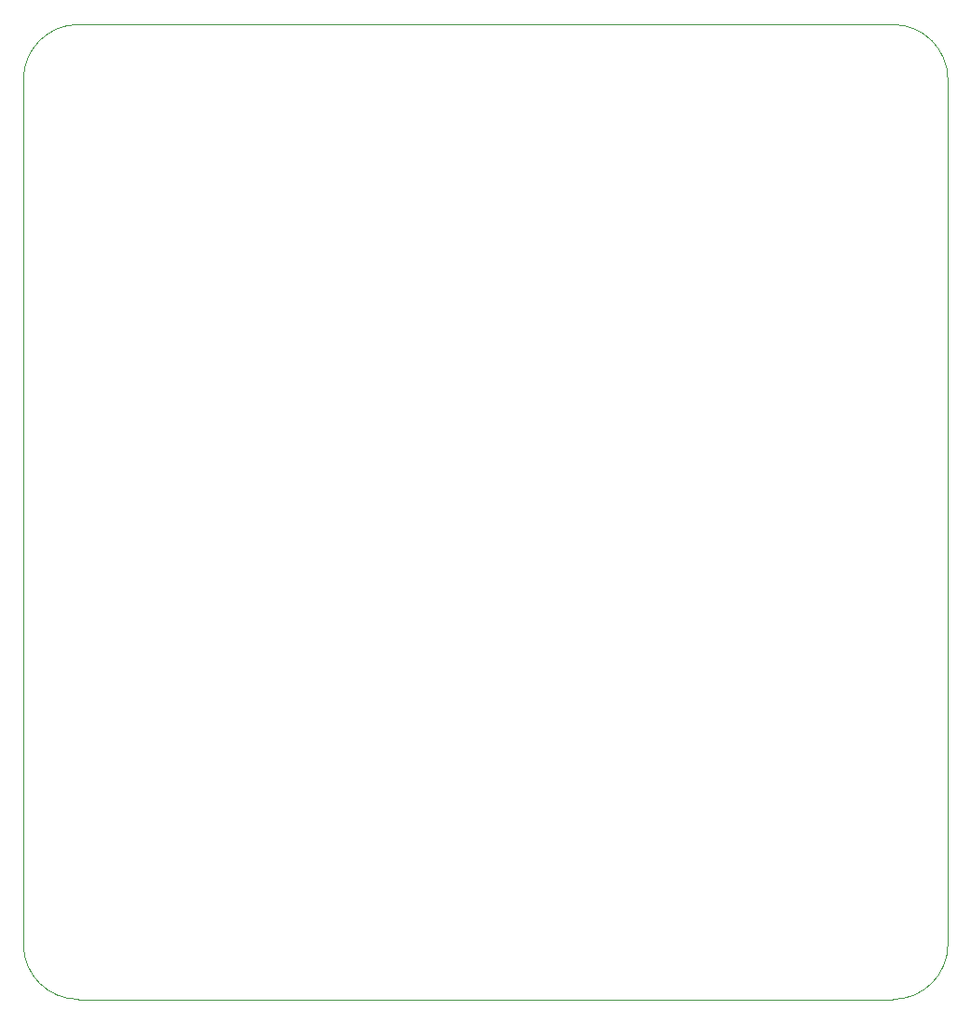
<source format=gbr>
%TF.GenerationSoftware,KiCad,Pcbnew,9.0.2*%
%TF.CreationDate,2025-06-04T00:53:43+07:00*%
%TF.ProjectId,VCU,5643552e-6b69-4636-9164-5f7063625858,rev?*%
%TF.SameCoordinates,Original*%
%TF.FileFunction,Profile,NP*%
%FSLAX46Y46*%
G04 Gerber Fmt 4.6, Leading zero omitted, Abs format (unit mm)*
G04 Created by KiCad (PCBNEW 9.0.2) date 2025-06-04 00:53:43*
%MOMM*%
%LPD*%
G01*
G04 APERTURE LIST*
%TA.AperFunction,Profile*%
%ADD10C,0.050000*%
%TD*%
G04 APERTURE END LIST*
D10*
X75000000Y-156500000D02*
X149000000Y-156500000D01*
X149000000Y-68000000D02*
X75000000Y-68000000D01*
X70000000Y-73000000D02*
G75*
G02*
X75000000Y-68000000I5000000J0D01*
G01*
X70000000Y-73000000D02*
X70000000Y-151500000D01*
X154000000Y-151500000D02*
X154000000Y-73000000D01*
X75000000Y-156500000D02*
G75*
G02*
X70000000Y-151500000I0J5000000D01*
G01*
X149000000Y-68000000D02*
G75*
G02*
X154000000Y-73000000I0J-5000000D01*
G01*
X154000000Y-151500000D02*
G75*
G02*
X149000000Y-156500000I-5000000J0D01*
G01*
M02*

</source>
